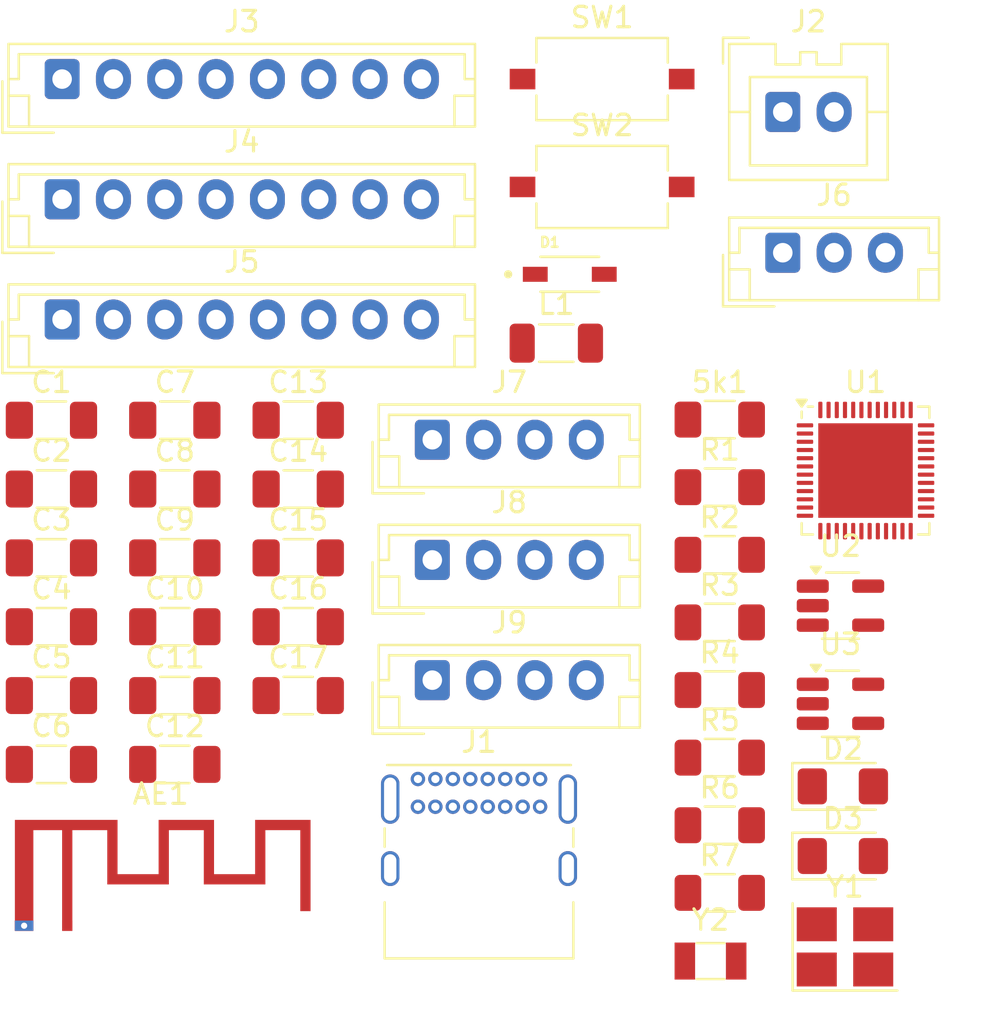
<source format=kicad_pcb>
(kicad_pcb (version 20240108) (generator "pcbnew") (generator_version "8.0")
  (layers (0 "F.Cu" signal) (31 "B.Cu" signal) (34 "B.Paste" user) (35 "F.Paste" user) (36 "B.SilkS" user "B.Silkscreen") (37 "F.SilkS" user "F.Silkscreen") (38 "B.Mask" user) (39 "F.Mask" user) (44 "Edge.Cuts" user))
  (net 0 "")
  (net 1 "Net-(J1-CC2)")
  (net 2 "GND")
  (net 3 "Net-(AE1-A)")
  (net 4 "VBUS")
  (net 5 "BAT")
  (net 6 "3.3V")
  (net 7 "DEC1")
  (net 8 "DEC3")
  (net 9 "DEC4")
  (net 10 "XC1")
  (net 11 "XC2")
  (net 12 "XL1")
  (net 13 "XL2")
  (net 14 "ANT")
  (net 15 "Net-(D1-PadA)")
  (net 16 "Net-(D2-K)")
  (net 17 "Net-(D3-A)")
  (net 23 "Net-(J1-CC1)")
  (net 25 "A0")
  (net 26 "A4")
  (net 27 "A1")
  (net 28 "A2")
  (net 29 "A6")
  (net 30 "A3")
  (net 31 "A7")
  (net 32 "A5")
  (net 33 "P06")
  (net 34 "P08")
  (net 35 "P11")
  (net 36 "P15")
  (net 37 "P12")
  (net 38 "P14")
  (net 39 "P07")
  (net 40 "P13")
  (net 41 "P22")
  (net 42 "P19")
  (net 43 "P18")
  (net 44 "P17")
  (net 45 "P20")
  (net 46 "P24")
  (net 47 "P23")
  (net 48 "P16")
  (net 49 "P27")
  (net 50 "P26")
  (net 51 "P25")
  (net 52 "SWDCLK")
  (net 53 "SWDIO")
  (net 54 "STAT")
  (net 55 "Net-(U2-PROG)")
  (net 56 "Net-(U3-EN)")
  (net 57 "RST")
  (footprint "Resistor_SMD:R_1206_3216Metric_Pad1.30x1.75mm_HandSolder" (layer "F.Cu") (at 50.525 61.27)
    (property "Reference" "R7" (at 0 -1.82 0) (layer "F.SilkS"))
    (property "Value" "470R")
    (pad "1" smd roundrect (at -1.55 0) (size 1.3 1.75) (layers "F.Cu" "F.Paste" "F.Mask") (roundrect_rratio 0.192308) (net 41 "P22"))
    (pad "2" smd roundrect (at 1.55 0) (size 1.3 1.75) (layers "F.Cu" "F.Paste" "F.Mask") (roundrect_rratio 0.192308) (net 17 "Net-(D3-A)"))
  )
  (footprint "Capacitor_SMD:C_1206_3216Metric_Pad1.33x1.80mm_HandSolder" (layer "F.Cu") (at 29.995 48.32)
    (property "Reference" "C16" (at 0 -1.85 0) (layer "F.SilkS"))
    (property "Value" "DNP")
    (pad "1" smd roundrect (at -1.5625 0) (size 1.325 1.8) (layers "F.Cu" "F.Paste" "F.Mask") (roundrect_rratio 0.188679) (net 3 "Net-(AE1-A)"))
    (pad "2" smd roundrect (at 1.5625 0) (size 1.325 1.8) (layers "F.Cu" "F.Paste" "F.Mask") (roundrect_rratio 0.188679) (net 2 "GND"))
  )
  (footprint "Connector_JST:JST_EH_B8B-EH-A_1x08_P2.50mm_Vertical" (layer "F.Cu") (at 18.495 27.52)
    (property "Reference" "J4" (at 8.75 -2.8 0) (layer "F.SilkS"))
    (property "Value" "PO PINS")
    (pad "1" thru_hole roundrect (at 0 0) (size 1.7 1.95) (drill 0.95) (layers "*.Cu" "*.Mask") (roundrect_rratio 0.147059) (net 33 "P06"))
    (pad "2" thru_hole oval (at 2.5 0) (size 1.7 1.95) (drill 0.95) (layers "*.Cu" "*.Mask") (net 39 "P07"))
    (pad "3" thru_hole oval (at 5 0) (size 1.7 1.95) (drill 0.95) (layers "*.Cu" "*.Mask") (net 34 "P08"))
    (pad "4" thru_hole oval (at 7.5 0) (size 1.7 1.95) (drill 0.95) (layers "*.Cu" "*.Mask") (net 35 "P11"))
    (pad "5" thru_hole oval (at 10 0) (size 1.7 1.95) (drill 0.95) (layers "*.Cu" "*.Mask") (net 37 "P12"))
    (pad "6" thru_hole oval (at 12.5 0) (size 1.7 1.95) (drill 0.95) (layers "*.Cu" "*.Mask") (net 40 "P13"))
    (pad "7" thru_hole oval (at 15 0) (size 1.7 1.95) (drill 0.95) (layers "*.Cu" "*.Mask") (net 38 "P14"))
    (pad "8" thru_hole oval (at 17.5 0) (size 1.7 1.95) (drill 0.95) (layers "*.Cu" "*.Mask") (net 36 "P15"))
  )
  (footprint "Button_Switch_SMD:SW_Tactile_SPST_NO_Straight_CK_PTS636Sx25SMTRLFS" (layer "F.Cu") (at 44.795 21.67)
    (property "Reference" "SW1" (at 0 -3 0) (layer "F.SilkS"))
    (property "Value" "SW_Push")
    (pad "1" smd rect (at -3.875 0) (size 1.25 1) (layers "F.Cu" "F.Paste" "F.Mask") (net 2 "GND"))
    (pad "2" smd rect (at 3.875 0) (size 1.25 1) (layers "F.Cu" "F.Paste" "F.Mask") (net 57 "RST"))
  )
  (footprint "Inductor_SMD:L_1206_3216Metric_Pad1.22x1.90mm_HandSolder" (layer "F.Cu") (at 42.565 34.52)
    (property "Reference" "L1" (at 0 -1.9 0) (layer "F.SilkS"))
    (property "Value" "3.9H")
    (pad "1" smd roundrect (at -1.6625 0) (size 1.225 1.9) (layers "F.Cu" "F.Paste" "F.Mask") (roundrect_rratio 0.204082) (net 3 "Net-(AE1-A)"))
    (pad "2" smd roundrect (at 1.6625 0) (size 1.225 1.9) (layers "F.Cu" "F.Paste" "F.Mask") (roundrect_rratio 0.204082) (net 14 "ANT"))
  )
  (footprint "RF_Antenna:Texas_SWRA117D_2.4GHz_Right" (layer "F.Cu") (at 18.745 62.87)
    (property "Reference" "AE1" (at 4.55 -6.41 0) (layer "F.SilkS"))
    (property "Value" "Antenna")
    (fp_poly (pts (xy 2.45 -2.51) (xy 4.45 -2.51) (xy 4.45 -5.15) (xy 7.15 -5.15) (xy 7.15 -2.51) (xy 9.15 -2.51) (xy 9.15 -5.15) (xy 11.85 -5.15) (xy 11.85 -0.71) (xy 11.35 -0.71) (xy 11.35 -4.65) (xy 9.65 -4.65) (xy 9.65 -2.01) (xy 6.65 -2.01) (xy 6.65 -4.65) (xy 4.95 -4.65) (xy 4.95 -2.01) (xy 1.95 -2.01) (xy 1.95 -4.65) (xy 0.25 -4.65) (xy 0.25 0.25) (xy -0.25 0.25) (xy -0.25 -4.65) (xy -1.65 -4.65) (xy -1.65 0.25) (xy -2.55 0.25) (xy -2.55 0.006785) (xy -2.247583 0.006785) (xy -2.237742 0.054395) (xy -2.213674 0.096797) (xy -2.175731 0.129581) (xy -2.167819 0.133935) (xy -2.125156 0.146043) (xy -2.076637 0.1453) (xy -2.031122 0.1324) (xy -2.012511 0.121787) (xy -1.978868 0.086553) (xy -1.958309 0.041368) (xy -1.951778 -0.008158) (xy -1.960218 -0.056417) (xy -1.977112 -0.088643) (xy -2.012372 -0.121313) (xy -2.057682 -0.141408) (xy -2.107267 -0.147982) (xy -2.155353 -0.140092) (xy -2.188245 -0.123186) (xy -2.223185 -0.086416) (xy -2.242847 -0.041622) (xy -2.247583 0.006785) (xy -2.55 0.006785) (xy -2.55 -5.15) (xy 2.45 -5.15) (xy 2.45 -2.51)) (fill solid) (layer "F.Cu"))
    (pad "1" connect rect (at 0 0) (size 0.5 0.5) (layers "F.Cu") (net 3 "Net-(AE1-A)"))
    (pad "2" thru_hole rect (at -2.1 0) (size 0.9 0.5) (drill 0.3) (layers "*.Cu"))
  )
  (footprint "Resistor_SMD:R_1206_3216Metric_Pad1.30x1.75mm_HandSolder" (layer "F.Cu") (at 50.525 54.69)
    (property "Reference" "R5" (at 0 -1.82 0) (layer "F.SilkS"))
    (property "Value" "10k")
    (pad "1" smd roundrect (at -1.55 0) (size 1.3 1.75) (layers "F.Cu" "F.Paste" "F.Mask") (roundrect_rratio 0.192308) (net 6 "3.3V"))
    (pad "2" smd roundrect (at 1.55 0) (size 1.3 1.75) (layers "F.Cu" "F.Paste" "F.Mask") (roundrect_rratio 0.192308) (net 57 "RST"))
  )
  (footprint "Resistor_SMD:R_1206_3216Metric_Pad1.30x1.75mm_HandSolder" (layer "F.Cu") (at 50.525 48.11)
    (property "Reference" "R3" (at 0 -1.82 0) (layer "F.SilkS"))
    (property "Value" "2k")
    (pad "1" smd roundrect (at -1.55 0) (size 1.3 1.75) (layers "F.Cu" "F.Paste" "F.Mask") (roundrect_rratio 0.192308) (net 55 "Net-(U2-PROG)"))
    (pad "2" smd roundrect (at 1.55 0) (size 1.3 1.75) (layers "F.Cu" "F.Paste" "F.Mask") (roundrect_rratio 0.192308) (net 2 "GND"))
  )
  (footprint "Resistor_SMD:R_1206_3216Metric_Pad1.30x1.75mm_HandSolder" (layer "F.Cu") (at 50.525 57.98)
    (property "Reference" "R6" (at 0 -1.82 0) (layer "F.SilkS"))
    (property "Value" "10k")
    (pad "1" smd roundrect (at -1.55 0) (size 1.3 1.75) (layers "F.Cu" "F.Paste" "F.Mask") (roundrect_rratio 0.192308) (net 6 "3.3V"))
    (pad "2" smd roundrect (at 1.55 0) (size 1.3 1.75) (layers "F.Cu" "F.Paste" "F.Mask") (roundrect_rratio 0.192308) (net 33 "P06"))
  )
  (footprint "Capacitor_SMD:C_1206_3216Metric_Pad1.33x1.80mm_HandSolder" (layer "F.Cu") (at 23.985 41.62)
    (property "Reference" "C8" (at 0 -1.85 0) (layer "F.SilkS"))
    (property "Value" "1uf")
    (pad "1" smd roundrect (at -1.5625 0) (size 1.325 1.8) (layers "F.Cu" "F.Paste" "F.Mask") (roundrect_rratio 0.188679) (net 9 "DEC4"))
    (pad "2" smd roundrect (at 1.5625 0) (size 1.325 1.8) (layers "F.Cu" "F.Paste" "F.Mask") (roundrect_rratio 0.188679) (net 2 "GND"))
  )
  (footprint "Capacitor_SMD:C_1206_3216Metric_Pad1.33x1.80mm_HandSolder" (layer "F.Cu") (at 29.995 38.27)
    (property "Reference" "C13" (at 0 -1.85 0) (layer "F.SilkS"))
    (property "Value" "0.1uf")
    (pad "1" smd roundrect (at -1.5625 0) (size 1.325 1.8) (layers "F.Cu" "F.Paste" "F.Mask") (roundrect_rratio 0.188679) (net 6 "3.3V"))
    (pad "2" smd roundrect (at 1.5625 0) (size 1.325 1.8) (layers "F.Cu" "F.Paste" "F.Mask") (roundrect_rratio 0.188679) (net 2 "GND"))
  )
  (footprint "Capacitor_SMD:C_1206_3216Metric_Pad1.33x1.80mm_HandSolder" (layer "F.Cu") (at 17.975 38.27)
    (property "Reference" "C1" (at 0 -1.85 0) (layer "F.SilkS"))
    (property "Value" "4.7uf")
    (pad "1" smd roundrect (at -1.5625 0) (size 1.325 1.8) (layers "F.Cu" "F.Paste" "F.Mask") (roundrect_rratio 0.188679) (net 4 "VBUS"))
    (pad "2" smd roundrect (at 1.5625 0) (size 1.325 1.8) (layers "F.Cu" "F.Paste" "F.Mask") (roundrect_rratio 0.188679) (net 2 "GND"))
  )
  (footprint "Oscillator:Oscillator_SMD_Abracon_ASE-4Pin_3.2x2.5mm_HandSoldering" (layer "F.Cu") (at 56.625 63.9)
    (property "Reference" "Y1" (at 0 -2.925 0) (layer "F.SilkS"))
    (property "Value" "32MHZ")
    (pad "1" smd rect (at -1.375 1.1) (size 1.95 1.65) (layers "F.Cu" "F.Paste" "F.Mask") (net 10 "XC1"))
    (pad "2" smd rect (at 1.375 1.1) (size 1.95 1.65) (layers "F.Cu" "F.Paste" "F.Mask") (net 11 "XC2"))
    (pad "3" smd rect (at 1.375 -1.1) (size 1.95 1.65) (layers "F.Cu" "F.Paste" "F.Mask") (net 2 "GND"))
    (pad "4" smd rect (at -1.375 -1.1) (size 1.95 1.65) (layers "F.Cu" "F.Paste" "F.Mask"))
  )
  (footprint "Capacitor_SMD:C_1206_3216Metric_Pad1.33x1.80mm_HandSolder" (layer "F.Cu") (at 29.995 44.97)
    (property "Reference" "C15" (at 0 -1.85 0) (layer "F.SilkS"))
    (property "Value" "4.7uf")
    (pad "1" smd roundrect (at -1.5625 0) (size 1.325 1.8) (layers "F.Cu" "F.Paste" "F.Mask") (roundrect_rratio 0.188679) (net 6 "3.3V"))
    (pad "2" smd roundrect (at 1.5625 0) (size 1.325 1.8) (layers "F.Cu" "F.Paste" "F.Mask") (roundrect_rratio 0.188679) (net 2 "GND"))
  )
  (footprint "Capacitor_SMD:C_1206_3216Metric_Pad1.33x1.80mm_HandSolder" (layer "F.Cu") (at 23.985 44.97)
    (property "Reference" "C9" (at 0 -1.85 0) (layer "F.SilkS"))
    (property "Value" "12pf")
    (pad "1" smd roundrect (at -1.5625 0) (size 1.325 1.8) (layers "F.Cu" "F.Paste" "F.Mask") (roundrect_rratio 0.188679) (net 10 "XC1"))
    (pad "2" smd roundrect (at 1.5625 0) (size 1.325 1.8) (layers "F.Cu" "F.Paste" "F.Mask") (roundrect_rratio 0.188679) (net 2 "GND"))
  )
  (footprint "Crystal:Crystal_SMD_3215-2Pin_3.2x1.5mm" (layer "F.Cu") (at 50.075 64.59)
    (property "Reference" "Y2" (at 0 -2 0) (layer "F.SilkS"))
    (property "Value" "32.768KHZ")
    (pad "1" smd rect (at 1.25 0) (size 1 1.8) (layers "F.Cu" "F.Paste" "F.Mask") (net 12 "XL1"))
    (pad "2" smd rect (at -1.25 0) (size 1 1.8) (layers "F.Cu" "F.Paste" "F.Mask") (net 13 "XL2"))
  )
  (footprint "Connector_JST:JST_EH_B8B-EH-A_1x08_P2.50mm_Vertical" (layer "F.Cu") (at 18.495 33.37)
    (property "Reference" "J5" (at 8.75 -2.8 0) (layer "F.SilkS"))
    (property "Value" "PO PINS")
    (pad "1" thru_hole roundrect (at 0 0) (size 1.7 1.95) (drill 0.95) (layers "*.Cu" "*.Mask") (roundrect_rratio 0.147059) (net 48 "P16"))
    (pad "2" thru_hole oval (at 2.5 0) (size 1.7 1.95) (drill 0.95) (layers "*.Cu" "*.Mask") (net 44 "P17"))
    (pad "3" thru_hole oval (at 5 0) (size 1.7 1.95) (drill 0.95) (layers "*.Cu" "*.Mask") (net 43 "P18"))
    (pad "4" thru_hole oval (at 7.5 0) (size 1.7 1.95) (drill 0.95) (layers "*.Cu" "*.Mask") (net 42 "P19"))
    (pad "5" thru_hole oval (at 10 0) (size 1.7 1.95) (drill 0.95) (layers "*.Cu" "*.Mask") (net 45 "P20"))
    (pad "6" thru_hole oval (at 12.5 0) (size 1.7 1.95) (drill 0.95) (layers "*.Cu" "*.Mask") (net 41 "P22"))
    (pad "7" thru_hole oval (at 15 0) (size 1.7 1.95) (drill 0.95) (layers "*.Cu" "*.Mask") (net 47 "P23"))
    (pad "8" thru_hole oval (at 17.5 0) (size 1.7 1.95) (drill 0.95) (layers "*.Cu" "*.Mask") (net 46 "P24"))
  )
  (footprint "Package_TO_SOT_SMD:SOT-23-5_HandSoldering" (layer "F.Cu") (at 56.405 52.07)
    (property "Reference" "U3" (at 0 -2.9 0) (layer "F.SilkS"))
    (property "Value" "AP2112K-3.3")
    (pad "1" smd roundrect (at -1.35 -0.95) (size 1.56 0.65) (layers "F.Cu" "F.Paste" "F.Mask") (net 5 "BAT"))
    (pad "2" smd roundrect (at -1.35 0) (size 1.56 0.65) (layers "F.Cu" "F.Paste" "F.Mask") (net 2 "GND"))
    (pad "3" smd roundrect (at -1.35 0.95) (size 1.56 0.65) (layers "F.Cu" "F.Paste" "F.Mask") (net 56 "Net-(U3-EN)"))
    (pad "4" smd roundrect (at 1.35 0.95) (size 1.56 0.65) (layers "F.Cu" "F.Paste" "F.Mask"))
    (pad "5" smd roundrect (at 1.35 -0.95) (size 1.56 0.65) (layers "F.Cu" "F.Paste" "F.Mask") (net 6 "3.3V"))
  )
  (footprint "LED_SMD:LED_1206_3216Metric_Pad1.42x1.75mm_HandSolder" (layer "F.Cu") (at 56.52 56.09)
    (property "Reference" "D2" (at 0 -1.82 0) (layer "F.SilkS"))
    (property "Value" "LED")
    (pad "1" smd roundrect (at -1.4875 0) (size 1.425 1.75) (layers "F.Cu" "F.Paste" "F.Mask") (roundrect_rratio 0.175439) (net 16 "Net-(D2-K)"))
    (pad "2" smd roundrect (at 1.4875 0) (size 1.425 1.75) (layers "F.Cu" "F.Paste" "F.Mask") (roundrect_rratio 0.175439) (net 4 "VBUS"))
  )
  (footprint "Capacitor_SMD:C_1206_3216Metric_Pad1.33x1.80mm_HandSolder" (layer "F.Cu") (at 17.975 48.32)
    (property "Reference" "C4" (at 0 -1.85 0) (layer "F.SilkS"))
    (property "Value" "10uf")
    (pad "1" smd roundrect (at -1.5625 0) (size 1.325 1.8) (layers "F.Cu" "F.Paste" "F.Mask") (roundrect_rratio 0.188679) (net 5 "BAT"))
    (pad "2" smd roundrect (at 1.5625 0) (size 1.325 1.8) (layers "F.Cu" "F.Paste" "F.Mask") (roundrect_rratio 0.188679) (net 2 "GND"))
  )
  (footprint "Package_DFN_QFN:QFN-48-1EP_6x6mm_P0.4mm_EP4.6x4.6mm" (layer "F.Cu") (at 57.625 40.72)
    (property "Reference" "U1" (at 0 -4.3 0) (layer "F.SilkS"))
    (property "Value" "nRF52832-QFxx")
    (pad "1" smd roundrect (at -2.95 -2.2) (size 0.8 0.2) (layers "F.Cu" "F.Paste" "F.Mask") (net 7 "DEC1"))
    (pad "2" smd roundrect (at -2.95 -1.8) (size 0.8 0.2) (layers "F.Cu" "F.Paste" "F.Mask") (net 12 "XL1"))
    (pad "3" smd roundrect (at -2.95 -1.4) (size 0.8 0.2) (layers "F.Cu" "F.Paste" "F.Mask") (net 13 "XL2"))
    (pad "4" smd roundrect (at -2.95 -1) (size 0.8 0.2) (layers "F.Cu" "F.Paste" "F.Mask") (net 25 "A0"))
    (pad "5" smd roundrect (at -2.95 -0.6) (size 0.8 0.2) (layers "F.Cu" "F.Paste" "F.Mask") (net 27 "A1"))
    (pad "6" smd roundrect (at -2.95 -0.2) (size 0.8 0.2) (layers "F.Cu" "F.Paste" "F.Mask") (net 28 "A2"))
    (pad "7" smd roundrect (at -2.95 0.2) (size 0.8 0.2) (layers "F.Cu" "F.Paste" "F.Mask") (net 30 "A3"))
    (pad "8" smd roundrect (at -2.95 0.6) (size 0.8 0.2) (layers "F.Cu" "F.Paste" "F.Mask") (net 33 "P06"))
    (pad "9" smd roundrect (at -2.95 1) (size 0.8 0.2) (layers "F.Cu" "F.Paste" "F.Mask") (net 39 "P07"))
    (pad "10" smd roundrect (at -2.95 1.4) (size 0.8 0.2) (layers "F.Cu" "F.Paste" "F.Mask") (net 34 "P08"))
    (pad "11" smd roundrect (at -2.95 1.8) (size 0.8 0.2) (layers "F.Cu" "F.Paste" "F.Mask"))
    (pad "12" smd roundrect (at -2.95 2.2) (size 0.8 0.2) (layers "F.Cu" "F.Paste" "F.Mask"))
    (pad "13" smd roundrect (at -2.2 2.95) (size 0.2 0.8) (layers "F.Cu" "F.Paste" "F.Mask") (net 6 "3.3V"))
    (pad "14" smd roundrect (at -1.8 2.95) (size 0.2 0.8) (layers "F.Cu" "F.Paste" "F.Mask") (net 35 "P11"))
    (pad "15" smd roundrect (at -1.4 2.95) (size 0.2 0.8) (layers "F.Cu" "F.Paste" "F.Mask") (net 37 "P12"))
    (pad "16" smd roundrect (at -1 2.95) (size 0.2 0.8) (layers "F.Cu" "F.Paste" "F.Mask") (net 40 "P13"))
    (pad "17" smd roundrect (at -0.6 2.95) (size 0.2 0.8) (layers "F.Cu" "F.Paste" "F.Mask") (net 38 "P14"))
    (pad "18" smd roundrect (at -0.2 2.95) (size 0.2 0.8) (layers "F.Cu" "F.Paste" "F.Mask") (net 36 "P15"))
    (pad "19" smd roundrect (at 0.2 2.95) (size 0.2 0.8) (layers "F.Cu" "F.Paste" "F.Mask") (net 48 "P16"))
    (pad "20" smd roundrect (at 0.6 2.95) (size 0.2 0.8) (layers "F.Cu" "F.Paste" "F.Mask") (net 44 "P17"))
    (pad "21" smd roundrect (at 1 2.95) (size 0.2 0.8) (layers "F.Cu" "F.Paste" "F.Mask") (net 43 "P18"))
    (pad "22" smd roundrect (at 1.4 2.95) (size 0.2 0.8) (layers "F.Cu" "F.Paste" "F.Mask") (net 42 "P19"))
    (pad "23" smd roundrect (at 1.8 2.95) (size 0.2 0.8) (layers "F.Cu" "F.Paste" "F.Mask") (net 45 "P20"))
    (pad "24" smd roundrect (at 2.2 2.95) (size 0.2 0.8) (layers "F.Cu" "F.Paste" "F.Mask") (net 57 "RST"))
    (pad "25" smd roundrect (at 2.95 2.2) (size 0.8 0.2) (layers "F.Cu" "F.Paste" "F.Mask") (net 52 "SWDCLK"))
    (pad "26" smd roundrect (at 2.95 1.8) (size 0.8 0.2) (layers "F.Cu" "F.Paste" "F.Mask") (net 53 "SWDIO"))
    (pad "27" smd roundrect (at 2.95 1.4) (size 0.8 0.2) (layers "F.Cu" "F.Paste" "F.Mask") (net 41 "P22"))
    (pad "28" smd roundrect (at 2.95 1) (size 0.8 0.2) (layers "F.Cu" "F.Paste" "F.Mask") (net 47 "P23"))
    (pad "29" smd roundrect (at 2.95 0.6) (size 0.8 0.2) (layers "F.Cu" "F.Paste" "F.Mask") (net 46 "P24"))
    (pad "30" smd roundrect (at 2.95 0.2) (size 0.8 0.2) (layers "F.Cu" "F.Paste" "F.Mask") (net 14 "ANT"))
    (pad "31" smd roundrect (at 2.95 -0.2) (size 0.8 0.2) (layers "F.Cu" "F.Paste" "F.Mask") (net 2 "GND"))
    (pad "32" smd roundrect (at 2.95 -0.6) (size 0.8 0.2) (layers "F.Cu" "F.Paste" "F.Mask"))
    (pad "33" smd roundrect (at 2.95 -1) (size 0.8 0.2) (layers "F.Cu" "F.Paste" "F.Mask") (net 8 "DEC3"))
    (pad "34" smd roundrect (at 2.95 -1.4) (size 0.8 0.2) (layers "F.Cu" "F.Paste" "F.Mask") (net 10 "XC1"))
    (pad "35" smd roundrect (at 2.95 -1.8) (size 0.8 0.2) (layers "F.Cu" "F.Paste" "F.Mask") (net 11 "XC2"))
    (pad "36" smd roundrect (at 2.95 -2.2) (size 0.8 0.2) (layers "F.Cu" "F.Paste" "F.Mask") (net 6 "3.3V"))
    (pad "37" smd roundrect (at 2.2 -2.95) (size 0.2 0.8) (layers "F.Cu" "F.Paste" "F.Mask") (net 51 "P25"))
    (pad "38" smd roundrect (at 1.8 -2.95) (size 0.2 0.8) (layers "F.Cu" "F.Paste" "F.Mask") (net 50 "P26"))
    (pad "39" smd roundrect (at 1.4 -2.95) (size 0.2 0.8) (layers "F.Cu" "F.Paste" "F.Mask") (net 49 "P27"))
    (pad "40" smd roundrect (at 1 -2.95) (size 0.2 0.8) (layers "F.Cu" "F.Paste" "F.Mask") (net 26 "A4"))
    (pad "41" smd roundrect (at 0.6 -2.95) (size 0.2 0.8) (layers "F.Cu" "F.Paste" "F.Mask") (net 32 "A5"))
    (pad "42" smd roundrect (at 0.2 -2.95) (size 0.2 0.8) (layers "F.Cu" "F.Paste" "F.Mask") (net 29 "A6"))
    (pad "43" smd roundrect (at -0.2 -2.95) (size 0.2 0.8) (layers "F.Cu" "F.Paste" "F.Mask") (net 31 "A7"))
    (pad "44" smd roundrect (at -0.6 -2.95) (size 0.2 0.8) (layers "F.Cu" "F.Paste" "F.Mask"))
    (pad "45" smd roundrect (at -1 -2.95) (size 0.2 0.8) (layers "F.Cu" "F.Paste" "F.Mask") (net 2 "GND"))
    (pad "46" smd roundrect (at -1.4 -2.95) (size 0.2 0.8) (layers "F.Cu" "F.Paste" "F.Mask") (net 9 "DEC4"))
    (pad "47" smd roundrect (at -1.8 -2.95) (size 0.2 0.8) (layers "F.Cu" "F.Paste" "F.Mask"))
    (pad "48" smd roundrect (at -2.2 -2.95) (size 0.2 0.8) (layers "F.Cu" "F.Paste" "F.Mask") (net 6 "3.3V"))
    (pad "49" smd rect (at 0 0) (size 4.6 4.6) (property pad_prop_heatsink) (layers "F.Cu" "F.Mask") (net 2 "GND"))
  )
  (footprint "1N5819HW-7-F:SOD3715X145N" (layer "F.Cu") (at 43.22 31.17)
    (property "Reference" "D1" (at -0.97763 -1.557398 0) (layer "F.SilkS") (effects (font (size 0.4808 0.4808))))
    (property "Value" "1N5819HW")
    (pad "A" smd rect (at 1.68 0) (size 1.21 0.73) (layers "F.Cu" "F.Paste" "F.Mask") (net 15 "Net-(D1-PadA)"))
    (pad "C" smd rect (at -1.68 0) (size 1.21 0.73) (layers "F.Cu" "F.Paste" "F.Mask") (net 4 "VBUS"))
  )
  (footprint "Connector_JST:JST_XA_B02B-XASK-1_1x02_P2.50mm_Vertical" (layer "F.Cu") (at 53.595 23.27)
    (property "Reference" "J2" (at 1.25 -4.4 0) (layer "F.SilkS"))
    (property "Value" "Battery Connector")
    (pad "1" thru_hole roundrect (at 0 0) (size 1.7 1.95) (drill 0.95) (layers "*.Cu" "*.Mask") (roundrect_rratio 0.147059) (net 5 "BAT"))
    (pad "2" thru_hole oval (at 2.5 0) (size 1.7 1.95) (drill 0.95) (layers "*.Cu" "*.Mask") (net 2 "GND"))
  )
  (footprint "Connector_JST:JST_EH_B4B-EH-A_1x04_P2.50mm_Vertical" (layer "F.Cu") (at 36.525 50.92)
    (property "Reference" "J9" (at 3.75 -2.8 0) (layer "F.SilkS"))
    (property "Value" "Programming")
    (pad "1" thru_hole roundrect (at 0 0) (size 1.7 1.95) (drill 0.95) (layers "*.Cu" "*.Mask") (roundrect_rratio 0.147059) (net 6 "3.3V"))
    (pad "2" thru_hole oval (at 2.5 0) (size 1.7 1.95) (drill 0.95) (layers "*.Cu" "*.Mask") (net 53 "SWDIO"))
    (pad "3" thru_hole oval (at 5 0) (size 1.7 1.95) (drill 0.95) (layers "*.Cu" "*.Mask") (net 52 "SWDCLK"))
    (pad "4" thru_hole oval (at 7.5 0) (size 1.7 1.95) (drill 0.95) (layers "*.Cu" "*.Mask") (net 2 "GND"))
  )
  (footprint "Connector_USB:USB_C_Receptacle_GCT_USB4085" (layer "F.Cu") (at 35.825 55.73)
    (property "Reference" "J1" (at 2.975 -1.8 0) (layer "F.SilkS"))
    (property "Value" "USB_C")
    (pad "A1" thru_hole circle (at 0 0) (size 0.7 0.7) (drill 0.4) (layers "*.Cu" "*.Mask") (net 2 "GND"))
    (pad "A4" thru_hole circle (at 0.85 0) (size 0.7 0.7) (drill 0.4) (layers "*.Cu" "*.Mask") (net 15 "Net-(D1-PadA)"))
    (pad "A5" thru_hole circle (at 1.7 0) (size 0.7 0.7) (drill 0.4) (layers "*.Cu" "*.Mask") (net 23 "Net-(J1-CC1)"))
    (pad "A6" thru_hole circle (at 2.55 0) (size 0.7 0.7) (drill 0.4) (layers "*.Cu" "*.Mask"))
    (pad "A7" thru_hole circle (at 3.4 0) (size 0.7 0.7) (drill 0.4) (layers "*.Cu" "*.Mask"))
    (pad "A8" thru_hole circle (at 4.25 0) (size 0.7 0.7) (drill 0.4) (layers "*.Cu" "*.Mask"))
    (pad "A9" thru_hole circle (at 5.1 0) (size 0.7 0.7) (drill 0.4) (layers "*.Cu" "*.Mask") (net 15 "Net-(D1-PadA)"))
    (pad "A12" thru_hole circle (at 5.95 0) (size 0.7 0.7) (drill 0.4) (layers "*.Cu" "*.Mask") (net 2 "GND"))
    (pad "B1" thru_hole circle (at 5.95 1.35) (size 0.7 0.7) (drill 0.4) (layers "*.Cu" "*.Mask") (net 2 "GND"))
    (pad "B4" thru_hole circle (at 5.1 1.35) (size 0.7 0.7) (drill 0.4) (layers "*.Cu" "*.Mask") (net 15 "Net-(D1-PadA)"))
    (pad "B5" thru_hole circle (at 4.25 1.35) (size 0.7 0.7) (drill 0.4) (layers "*.Cu" "*.Mask") (net 1 "Net-(J1-CC2)"))
    (pad "B6" thru_hole circle (at 3.4 1.35) (size 0.7 0.7) (drill 0.4) (layers "*.Cu" "*.Mask"))
    (pad "B7" thru_hole circle (at 2.55 1.35) (size 0.7 0.7) (drill 0.4) (layers "*.Cu" "*.Mask"))
    (pad "B8" thru_hole circle (at 1.7 1.35) (size 0.7 0.7) (drill 0.4) (layers "*.Cu" "*.Mask"))
    (pad "B9" thru_hole circle (at 0.85 1.35) (size 0.7 0.7) (drill 0.4) (layers "*.Cu" "*.Mask") (net 15 "Net-(D1-PadA)"))
    (pad "B12" thru_hole circle (at 0 1.35) (size 0.7 0.7) (drill 0.4) (layers "*.Cu" "*.Mask") (net 2 "GND"))
    (pad "S1" thru_hole oval (at -1.35 0.98) (size 0.9 2.4) (drill oval 0.6 2.1) (layers "*.Cu" "*.Mask") (net 2 "GND"))
    (pad "S1" thru_hole oval (at -1.35 4.36) (size 0.9 1.7) (drill oval 0.6 1.4) (layers "*.Cu" "*.Mask") (net 2 "GND"))
    (pad "S1" thru_hole oval (at 7.3 0.98) (size 0.9 2.4) (drill oval 0.6 2.1) (layers "*.Cu" "*.Mask") (net 2 "GND"))
    (pad "S1" thru_hole oval (at 7.3 4.36) (size 0.9 1.7) (drill oval 0.6 1.4) (layers "*.Cu" "*.Mask") (net 2 "GND"))
  )
  (footprint "Capacitor_SMD:C_1206_3216Metric_Pad1.33x1.80mm_HandSolder" (layer "F.Cu") (at 17.975 51.67)
    (property "Reference" "C5" (at 0 -1.85 0) (layer "F.SilkS"))
    (property "Value" "10uf")
    (pad "1" smd roundrect (at -1.5625 0) (size 1.325 1.8) (layers "F.Cu" "F.Paste" "F.Mask") (roundrect_rratio 0.188679) (net 6 "3.3V"))
    (pad "2" smd roundrect (at 1.5625 0) (size 1.325 1.8) (layers "F.Cu" "F.Paste" "F.Mask") (roundrect_rratio 0.188679) (net 2 "GND"))
  )
  (footprint "Connector_JST:JST_EH_B8B-EH-A_1x08_P2.50mm_Vertical" (layer "F.Cu") (at 18.495 21.67)
    (property "Reference" "J3" (at 8.75 -2.8 0) (layer "F.SilkS"))
    (property "Value" "Analog")
    (pad "1" thru_hole roundrect (at 0 0) (size 1.7 1.95) (drill 0.95) (layers "*.Cu" "*.Mask") (roundrect_rratio 0.147059) (net 25 "A0"))
    (pad "2" thru_hole oval (at 2.5 0) (size 1.7 1.95) (drill 0.95) (layers "*.Cu" "*.Mask") (net 27 "A1"))
    (pad "3" thru_hole oval (at 5 0) (size 1.7 1.95) (drill 0.95) (layers "*.Cu" "*.Mask") (net 28 "A2"))
    (pad "4" thru_hole oval (at 7.5 0) (size 1.7 1.95) (drill 0.95) (layers "*.Cu" "*.Mask") (net 30 "A3"))
    (pad "5" thru_hole oval (at 10 0) (size 1.7 1.95) (drill 0.95) (layers "*.Cu" "*.Mask") (net 26 "A4"))
    (pad "6" thru_hole oval (at 12.5 0) (size 1.7 1.95) (drill 0.95) (layers "*.Cu" "*.Mask") (net 32 "A5"))
    (pad "7" thru_hole oval (at 15 0) (size 1.7 1.95) (drill 0.95) (layers "*.Cu" "*.Mask") (net 29 "A6"))
    (pad "8" thru_hole oval (at 17.5 0) (size 1.7 1.95) (drill 0.95) (layers "*.Cu" "*.Mask") (net 31 "A7"))
  )
  (footprint "Capacitor_SMD:C_1206_3216Metric_Pad1.33x1.80mm_HandSolder" (layer "F.Cu") (at 29.995 41.62)
    (property "Reference" "C14" (at 0 -1.85 0) (layer "F.SilkS"))
    (property "Value" "0.1uf")
    (pad "1" smd roundrect (at -1.5625 0) (size 1.325 1.8) (layers "F.Cu" "F.Paste" "F.Mask") (roundrect_rratio 0.188679) (net 6 "3.3V"))
    (pad "2" smd roundrect (at 1.5625 0) (size 1.325 1.8) (layers "F.Cu" "F.Paste" "F.Mask") (roundrect_rratio 0.188679) (net 2 "GND"))
  )
  (footprint "Capacitor_SMD:C_1206_3216Metric_Pad1.33x1.80mm_HandSolder" (layer "F.Cu") (at 17.975 44.97)
    (property "Reference" "C3" (at 0 -1.85 0) (layer "F.SilkS"))
    (property "Value" "C")
    (pad "1" smd roundrect (at -1.5625 0) (size 1.325 1.8) (layers "F.Cu" "F.Paste" "F.Mask") (roundrect_rratio 0.188679) (net 5 "BAT"))
    (pad "2" smd roundrect (at 1.5625 0) (size 1.325 1.8) (layers "F.Cu" "F.Paste" "F.Mask") (roundrect_rratio 0.188679) (net 2 "GND"))
  )
  (footprint "LED_SMD:LED_1206_3216Metric_Pad1.42x1.75mm_HandSolder" (layer "F.Cu") (at 56.52 59.48)
    (property "Reference" "D3" (at 0 -1.82 0) (layer "F.SilkS"))
    (property "Value" "LED")
    (pad "1" smd roundrect (at -1.4875 0) (size 1.425 1.75) (layers "F.Cu" "F.Paste" "F.Mask") (roundrect_rratio 0.175439) (net 2 "GND"))
    (pad "2" smd roundrect (at 1.4875 0) (size 1.425 1.75) (layers "F.Cu" "F.Paste" "F.Mask") (roundrect_rratio 0.175439) (net 17 "Net-(D3-A)"))
  )
  (footprint "Package_TO_SOT_SMD:SOT-23-5_HandSoldering" (layer "F.Cu") (at 56.405 47.295)
    (property "Reference" "U2" (at 0 -2.9 0) (layer "F.SilkS"))
    (property "Value" "MCP73831-2-OT")
    (pad "1" smd roundrect (at -1.35 -0.95) (size 1.56 0.65) (layers "F.Cu" "F.Paste" "F.Mask") (net 54 "STAT"))
    (pad "2" smd roundrect (at -1.35 0) (size 1.56 0.65) (layers "F.Cu" "F.Paste" "F.Mask") (net 2 "GND"))
    (pad "3" smd roundrect (at -1.35 0.95) (size 1.56 0.65) (layers "F.Cu" "F.Paste" "F.Mask") (net 5 "BAT"))
    (pad "4" smd roundrect (at 1.35 0.95) (size 1.56 0.65) (layers "F.Cu" "F.Paste" "F.Mask") (net 4 "VBUS"))
    (pad "5" smd roundrect (at 1.35 -0.95) (size 1.56 0.65) (layers "F.Cu" "F.Paste" "F.Mask") (net 55 "Net-(U2-PROG)"))
  )
  (footprint "Connector_JST:JST_EH_B3B-EH-A_1x03_P2.50mm_Vertical" (layer "F.Cu") (at 53.595 30.12)
    (property "Reference" "J6" (at 2.5 -2.8 0) (layer "F.SilkS"))
    (property "Value" "PO PINS")
    (pad "1" thru_hole roundrect (at 0 0) (size 1.7 1.95) (drill 0.95) (layers "*.Cu" "*.Mask") (roundrect_rratio 0.147059) (net 51 "P25"))
    (pad "2" thru_hole oval (at 2.5 0) (size 1.7 1.95) (drill 0.95) (layers "*.Cu" "*.Mask") (net 50 "P26"))
    (pad "3" thru_hole oval (at 5 0) (size 1.7 1.95) (drill 0.95) (layers "*.Cu" "*.Mask") (net 49 "P27"))
  )
  (footprint "Capacitor_SMD:C_1206_3216Metric_Pad1.33x1.80mm_HandSolder" (layer "F.Cu") (at 23.985 51.67)
    (property "Reference" "C11" (at 0 -1.85 0) (layer "F.SilkS"))
    (property "Value" "12pf")
    (pad "1" smd roundrect (at -1.5625 0) (size 1.325 1.8) (layers "F.Cu" "F.Paste" "F.Mask") (roundrect_rratio 0.188679) (net 12 "XL1"))
    (pad "2" smd roundrect (at 1.5625 0) (size 1.325 1.8) (layers "F.Cu" "F.Paste" "F.Mask") (roundrect_rratio 0.188679) (net 2 "GND"))
  )
  (footprint "Connector_JST:JST_EH_B4B-EH-A_1x04_P2.50mm_Vertical" (layer "F.Cu") (at 36.525 39.22)
    (property "Reference" "J7" (at 3.75 -2.8 0) (layer "F.SilkS"))
    (property "Value" "POWER")
    (pad "1" thru_hole roundrect (at 0 0) (size 1.7 1.95) (drill 0.95) (layers "*.Cu" "*.Mask") (roundrect_rratio 0.147059) (net 6 "3.3V"))
    (pad "2" thru_hole oval (at 2.5 0) (size 1.7 1.95) (drill 0.95) (layers "*.Cu" "*.Mask") (net 6 "3.3V"))
    (pad "3" thru_hole oval (at 5 0) (size 1.7 1.95) (drill 0.95) (layers "*.Cu" "*.Mask") (net 6 "3.3V"))
    (pad "4" thru_hole oval (at 7.5 0) (size 1.7 1.95) (drill 0.95) (layers "*.Cu" "*.Mask") (net 6 "3.3V"))
  )
  (footprint "Resistor_SMD:R_1206_3216Metric_Pad1.30x1.75mm_HandSolder" (layer "F.Cu") (at 50.525 41.53)
    (property "Reference" "R1" (at 0 -1.82 0) (layer "F.SilkS"))
    (property "Value" "10k")
    (pad "1" smd roundrect (at -1.55 0) (size 1.3 1.75) (layers "F.Cu" "F.Paste" "F.Mask") (roundrect_rratio 0.192308) (net 16 "Net-(D2-K)"))
    (pad "2" smd roundrect (at 1.55 0) (size 1.3 1.75) (layers "F.Cu" "F.Paste" "F.Mask") (roundrect_rratio 0.192308) (net 54 "STAT"))
  )
  (footprint "Resistor_SMD:R_1206_3216Metric_Pad1.30x1.75mm_HandSolder" (layer "F.Cu") (at 50.525 44.82)
    (property "Reference" "R2" (at 0 -1.82 0) (layer "F.SilkS"))
    (property "Value" "5k1")
    (pad "1" smd roundrect (at -1.55 0) (size 1.3 1.75) (layers "F.Cu" "F.Paste" "F.Mask") (roundrect_rratio 0.192308) (net 2 "GND"))
    (pad "2" smd roundrect (at 1.55 0) (size 1.3 1.75) (layers "F.Cu" "F.Paste" "F.Mask") (roundrect_rratio 0.192308) (net 23 "Net-(J1-CC1)"))
  )
  (footprint "Capacitor_SMD:C_1206_3216Metric_Pad1.33x1.80mm_HandSolder" (layer "F.Cu") (at 17.975 55.02)
    (property "Reference" "C6" (at 0 -1.85 0) (layer "F.SilkS"))
    (property "Value" "0.1uf")
    (pad "1" smd roundrect (at -1.5625 0) (size 1.325 1.8) (layers "F.Cu" "F.Paste" "F.Mask") (roundrect_rratio 0.188679) (net 7 "DEC1"))
    (pad "2" smd roundrect (at 1.5625 0) (size 1.325 1.8) (layers "F.Cu" "F.Paste" "F.Mask") (roundrect_rratio 0.188679) (net 2 "GND"))
  )
  (footprint "Capacitor_SMD:C_1206_3216Metric_Pad1.33x1.80mm_HandSolder" (layer "F.Cu") (at 17.975 41.62)
    (property "Reference" "C2" (at 0 -1.85 0) (layer "F.SilkS"))
    (property "Value" "4.7uf")
    (pad "1" smd roundrect (at -1.5625 0) (size 1.325 1.8) (layers "F.Cu" "F.Paste" "F.Mask") (roundrect_rratio 0.188679) (net 4 "VBUS"))
    (pad "2" smd roundrect (at 1.5625 0) (size 1.325 1.8) (layers "F.Cu" "F.Paste" "F.Mask") (roundrect_rratio 0.188679) (net 2 "GND"))
  )
  (footprint "Capacitor_SMD:C_1206_3216Metric_Pad1.33x1.80mm_HandSolder" (layer "F.Cu") (at 23.985 55.02)
    (property "Reference" "C12" (at 0 -1.85 0) (layer "F.SilkS"))
    (property "Value" "12pf")
    (pad "1" smd roundrect (at -1.5625 0) (size 1.325 1.8) (layers "F.Cu" "F.Paste" "F.Mask") (roundrect_rratio 0.188679) (net 13 "XL2"))
    (pad "2" smd roundrect (at 1.5625 0) (size 1.325 1.8) (layers "F.Cu" "F.Paste" "F.Mask") (roundrect_rratio 0.188679) (net 2 "GND"))
  )
  (footprint "Resistor_SMD:R_1206_3216Metric_Pad1.30x1.75mm_HandSolder" (layer "F.Cu") (at 50.525 38.24)
    (property "Reference" "5k1" (at 0 -1.82 0) (layer "F.SilkS"))
    (property "Value" "R1")
    (pad "1" smd roundrect (at -1.55 0) (size 1.3 1.75) (layers "F.Cu" "F.Paste" "F.Mask") (roundrect_rratio 0.192308) (net 2 "GND"))
    (pad "2" smd roundrect (at 1.55 0) (size 1.3 1.75) (layers "F.Cu" "F.Paste" "F.Mask") (roundrect_rratio 0.192308) (net 1 "Net-(J1-CC2)"))
  )
  (footprint "Resistor_SMD:R_1206_3216Metric_Pad1.30x1.75mm_HandSolder" (layer "F.Cu") (at 50.525 51.4)
    (property "Reference" "R4" (at 0 -1.82 0) (layer "F.SilkS"))
    (property "Value" "10K")
    (pad "1" smd roundrect (at -1.55 0) (size 1.3 1.75) (layers "F.Cu" "F.Paste" "F.Mask") (roundrect_rratio 0.192308) (net 5 "BAT"))
    (pad "2" smd roundrect (at 1.55 0) (size 1.3 1.75) (layers "F.Cu" "F.Paste" "F.Mask") (roundrect_rratio 0.192308) (net 56 "Net-(U3-EN)"))
  )
  (footprint "Capacitor_SMD:C_1206_3216Metric_Pad1.33x1.80mm_HandSolder" (layer "F.Cu") (at 23.985 48.32)
    (property "Reference" "C10" (at 0 -1.85 0) (layer "F.SilkS"))
    (property "Value" "12pf")
    (pad "1" smd roundrect (at -1.5625 0) (size 1.325 1.8) (layers "F.Cu" "F.Paste" "F.Mask") (roundrect_rratio 0.188679) (net 11 "XC2"))
    (pad "2" smd roundrect (at 1.5625 0) (size 1.325 1.8) (layers "F.Cu" "F.Paste" "F.Mask") (roundrect_rratio 0.188679) (net 2 "GND"))
  )
  (footprint "Connector_JST:JST_EH_B4B-EH-A_1x04_P2.50mm_Vertical" (layer "F.Cu") (at 36.525 45.07)
    (property "Reference" "J8" (at 3.75 -2.8 0) (layer "F.SilkS"))
    (property "Value" "GND")
    (pad "1" thru_hole roundrect (at 0 0) (size 1.7 1.95) (drill 0.95) (layers "*.Cu" "*.Mask") (roundrect_rratio 0.147059) (net 2 "GND"))
    (pad "2" thru_hole oval (at 2.5 0) (size 1.7 1.95) (drill 0.95) (layers "*.Cu" "*.Mask") (net 2 "GND"))
    (pad "3" thru_hole oval (at 5 0) (size 1.7 1.95) (drill 0.95) (layers "*.Cu" "*.Mask") (net 2 "GND"))
    (pad "4" thru_hole oval (at 7.5 0) (size 1.7 1.95) (drill 0.95) (layers "*.Cu" "*.Mask") (net 2 "GND"))
  )
  (footprint "Capacitor_SMD:C_1206_3216Metric_Pad1.33x1.80mm_HandSolder" (layer "F.Cu") (at 29.995 51.67)
    (property "Reference" "C17" (at 0 -1.85 0) (layer "F.SilkS"))
    (property "Value" "0.8pf")
    (pad "1" smd roundrect (at -1.5625 0) (size 1.325 1.8) (layers "F.Cu" "F.Paste" "F.Mask") (roundrect_rratio 0.188679) (net 14 "ANT"))
    (pad "2" smd roundrect (at 1.5625 0) (size 1.325 1.8) (layers "F.Cu" "F.Paste" "F.Mask") (roundrect_rratio 0.188679) (net 2 "GND"))
  )
  (footprint "Capacitor_SMD:C_1206_3216Metric_Pad1.33x1.80mm_HandSolder" (layer "F.Cu") (at 23.985 38.27)
    (property "Reference" "C7" (at 0 -1.85 0) (layer "F.SilkS"))
    (property "Value" "100pF")
    (pad "1" smd roundrect (at -1.5625 0) (size 1.325 1.8) (layers "F.Cu" "F.Paste" "F.Mask") (roundrect_rratio 0.188679) (net 8 "DEC3"))
    (pad "2" smd roundrect (at 1.5625 0) (size 1.325 1.8) (layers "F.Cu" "F.Paste" "F.Mask") (roundrect_rratio 0.188679) (net 2 "GND"))
  )
  (footprint "Button_Switch_SMD:SW_Tactile_SPST_NO_Straight_CK_PTS636Sx25SMTRLFS" (layer "F.Cu") (at 44.795 26.92)
    (property "Reference" "SW2" (at 0 -3 0) (layer "F.SilkS"))
    (property "Value" "SW_Push")
    (pad "1" smd rect (at -3.875 0) (size 1.25 1) (layers "F.Cu" "F.Paste" "F.Mask") (net 2 "GND"))
    (pad "2" smd rect (at 3.875 0) (size 1.25 1) (layers "F.Cu" "F.Paste" "F.Mask") (net 33 "P06"))
  )
)
</source>
